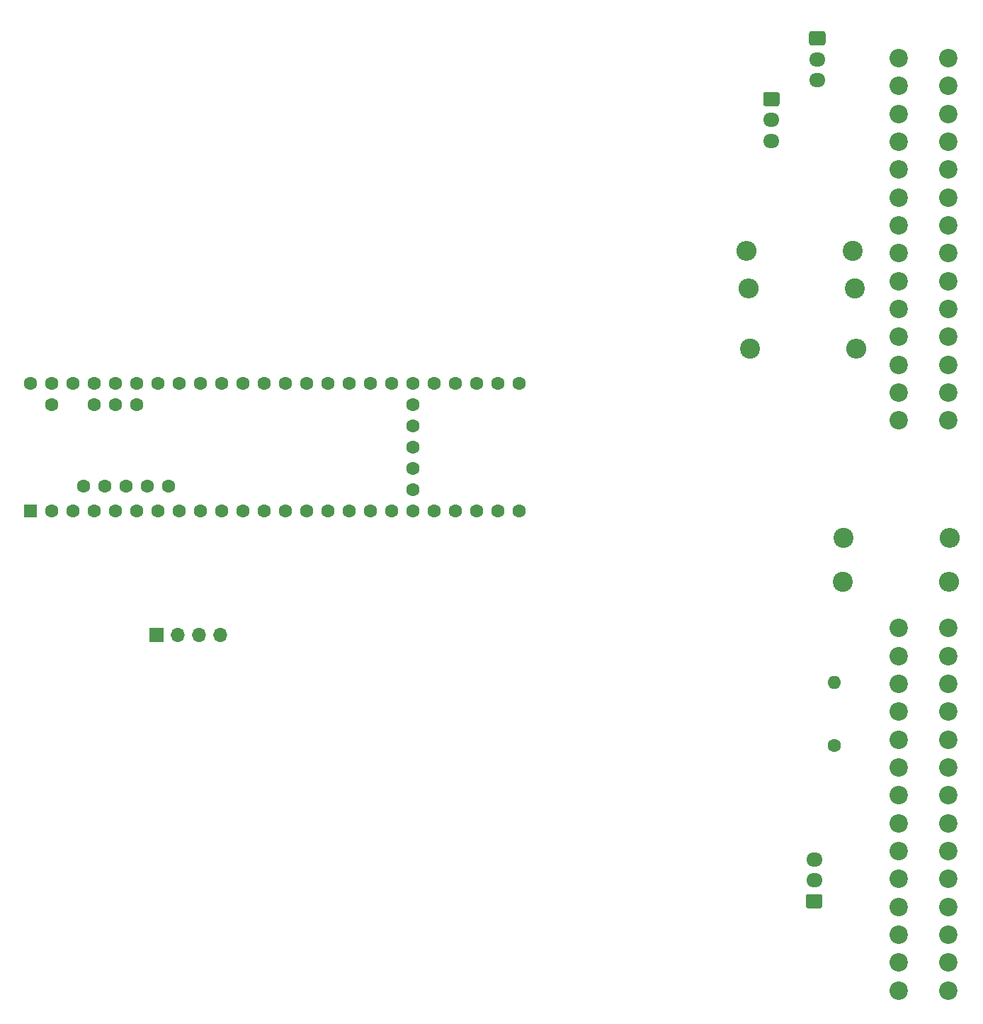
<source format=gbr>
%TF.GenerationSoftware,KiCad,Pcbnew,(5.1.9)-1*%
%TF.CreationDate,2021-11-02T21:26:15+00:00*%
%TF.ProjectId,mgf vcu mark 2,6d676620-7663-4752-906d-61726b20322e,rev?*%
%TF.SameCoordinates,Original*%
%TF.FileFunction,Soldermask,Bot*%
%TF.FilePolarity,Negative*%
%FSLAX46Y46*%
G04 Gerber Fmt 4.6, Leading zero omitted, Abs format (unit mm)*
G04 Created by KiCad (PCBNEW (5.1.9)-1) date 2021-11-02 21:26:15*
%MOMM*%
%LPD*%
G01*
G04 APERTURE LIST*
%ADD10O,2.400000X2.400000*%
%ADD11C,2.400000*%
%ADD12O,1.950000X1.700000*%
%ADD13C,2.200000*%
%ADD14O,1.600000X1.600000*%
%ADD15C,1.600000*%
%ADD16R,1.600000X1.600000*%
%ADD17O,1.700000X1.700000*%
%ADD18R,1.700000X1.700000*%
G04 APERTURE END LIST*
D10*
%TO.C,470ohms1*%
X193116200Y-98958400D03*
D11*
X180416200Y-98958400D03*
%TD*%
D12*
%TO.C,Q6*%
X176961800Y-132083800D03*
X176961800Y-134583800D03*
G36*
G01*
X177686800Y-137933800D02*
X176236800Y-137933800D01*
G75*
G02*
X175986800Y-137683800I0J250000D01*
G01*
X175986800Y-136483800D01*
G75*
G02*
X176236800Y-136233800I250000J0D01*
G01*
X177686800Y-136233800D01*
G75*
G02*
X177936800Y-136483800I0J-250000D01*
G01*
X177936800Y-137683800D01*
G75*
G02*
X177686800Y-137933800I-250000J0D01*
G01*
G37*
%TD*%
D13*
%TO.C,J3*%
X187070000Y-36358000D03*
X192970000Y-36358000D03*
X187070000Y-39688000D03*
X192970000Y-39688000D03*
X187070000Y-43018000D03*
X192970000Y-43018000D03*
X187070000Y-46348000D03*
X192970000Y-46348000D03*
X187070000Y-49678000D03*
X192970000Y-49678000D03*
X187070000Y-53008000D03*
X192970000Y-53008000D03*
X187070000Y-56338000D03*
X192970000Y-56338000D03*
X187070000Y-59668000D03*
X192970000Y-59668000D03*
X187070000Y-62998000D03*
X192970000Y-62998000D03*
X187070000Y-66328000D03*
X192970000Y-66328000D03*
X187070000Y-69658000D03*
X192970000Y-69658000D03*
X187070000Y-72988000D03*
X192970000Y-72988000D03*
X187070000Y-76318000D03*
X192970000Y-76318000D03*
X187070000Y-79648000D03*
X192970000Y-79648000D03*
X187070000Y-104448000D03*
X192970000Y-104448000D03*
X187070000Y-107778000D03*
X192970000Y-107778000D03*
X187070000Y-111108000D03*
X192970000Y-111108000D03*
X187070000Y-114438000D03*
X192970000Y-114438000D03*
X187070000Y-117768000D03*
X192970000Y-117768000D03*
X187070000Y-121098000D03*
X192970000Y-121098000D03*
X187070000Y-124428000D03*
X192970000Y-124428000D03*
X187070000Y-127758000D03*
X192970000Y-127758000D03*
X187070000Y-131088000D03*
X192970000Y-131088000D03*
X187070000Y-134418000D03*
X192970000Y-134418000D03*
X187070000Y-137748000D03*
X192970000Y-137748000D03*
X187070000Y-141078000D03*
X192970000Y-141078000D03*
X187070000Y-144408000D03*
X192970000Y-144408000D03*
X187070000Y-147738000D03*
X192970000Y-147738000D03*
%TD*%
D12*
%TO.C,Q28*%
X171856400Y-46249600D03*
X171856400Y-43749600D03*
G36*
G01*
X171131400Y-40399600D02*
X172581400Y-40399600D01*
G75*
G02*
X172831400Y-40649600I0J-250000D01*
G01*
X172831400Y-41849600D01*
G75*
G02*
X172581400Y-42099600I-250000J0D01*
G01*
X171131400Y-42099600D01*
G75*
G02*
X170881400Y-41849600I0J250000D01*
G01*
X170881400Y-40649600D01*
G75*
G02*
X171131400Y-40399600I250000J0D01*
G01*
G37*
%TD*%
D14*
%TO.C,J2*%
X179374800Y-110965600D03*
D15*
X179374800Y-118465600D03*
%TD*%
%TO.C,U1*%
X99745800Y-87474800D03*
X97205800Y-87474800D03*
X94665800Y-87474800D03*
X92125800Y-87474800D03*
X89585800Y-87474800D03*
X95935800Y-77774800D03*
X93395800Y-77774800D03*
X90855800Y-77774800D03*
X85775800Y-77774800D03*
X83235800Y-75234800D03*
X85775800Y-75234800D03*
X88315800Y-75234800D03*
X90855800Y-75234800D03*
X93395800Y-75234800D03*
X95935800Y-75234800D03*
X98475800Y-75234800D03*
X101015800Y-75234800D03*
X103555800Y-75234800D03*
X106095800Y-75234800D03*
X108635800Y-75234800D03*
X111175800Y-75234800D03*
X113715800Y-75234800D03*
X116255800Y-75234800D03*
X118795800Y-75234800D03*
X121335800Y-75234800D03*
D16*
X83235800Y-90474800D03*
D15*
X85775800Y-90474800D03*
X88315800Y-90474800D03*
X90855800Y-90474800D03*
X93395800Y-90474800D03*
X95935800Y-90474800D03*
X98475800Y-90474800D03*
X101015800Y-90474800D03*
X103555800Y-90474800D03*
X106095800Y-90474800D03*
X108635800Y-90474800D03*
X111175800Y-90474800D03*
X113715800Y-90474800D03*
X123875800Y-75234800D03*
X126415800Y-75234800D03*
X128955800Y-75234800D03*
X131495800Y-75234800D03*
X134035800Y-75234800D03*
X136575800Y-75234800D03*
X139115800Y-75234800D03*
X141655800Y-75234800D03*
X128955800Y-77774800D03*
X128955800Y-80314800D03*
X128955800Y-82854800D03*
X128955800Y-85394800D03*
X128955800Y-87934800D03*
X141655800Y-90474800D03*
X139115800Y-90474800D03*
X136575800Y-90474800D03*
X134035800Y-90474800D03*
X116255800Y-90474800D03*
X118795800Y-90474800D03*
X121335800Y-90474800D03*
X131495800Y-90474800D03*
X128955800Y-90474800D03*
X126415800Y-90474800D03*
X123875800Y-90474800D03*
%TD*%
D12*
%TO.C,Q25*%
X177342800Y-38985200D03*
X177342800Y-36485200D03*
G36*
G01*
X176617800Y-33135200D02*
X178067800Y-33135200D01*
G75*
G02*
X178317800Y-33385200I0J-250000D01*
G01*
X178317800Y-34585200D01*
G75*
G02*
X178067800Y-34835200I-250000J0D01*
G01*
X176617800Y-34835200D01*
G75*
G02*
X176367800Y-34585200I0J250000D01*
G01*
X176367800Y-33385200D01*
G75*
G02*
X176617800Y-33135200I250000J0D01*
G01*
G37*
%TD*%
D17*
%TO.C,J1*%
X105943400Y-105308400D03*
X103403400Y-105308400D03*
X100863400Y-105308400D03*
D18*
X98323400Y-105308400D03*
%TD*%
D10*
%TO.C,5ohms1*%
X168910000Y-59385200D03*
D11*
X181610000Y-59385200D03*
%TD*%
D10*
%TO.C,470ohms2*%
X193192400Y-93700600D03*
D11*
X180492400Y-93700600D03*
%TD*%
D10*
%TO.C,17ohms1*%
X169087800Y-63881000D03*
D11*
X181787800Y-63881000D03*
%TD*%
D10*
%TO.C,10kohms1*%
X181991000Y-71069200D03*
D11*
X169291000Y-71069200D03*
%TD*%
M02*

</source>
